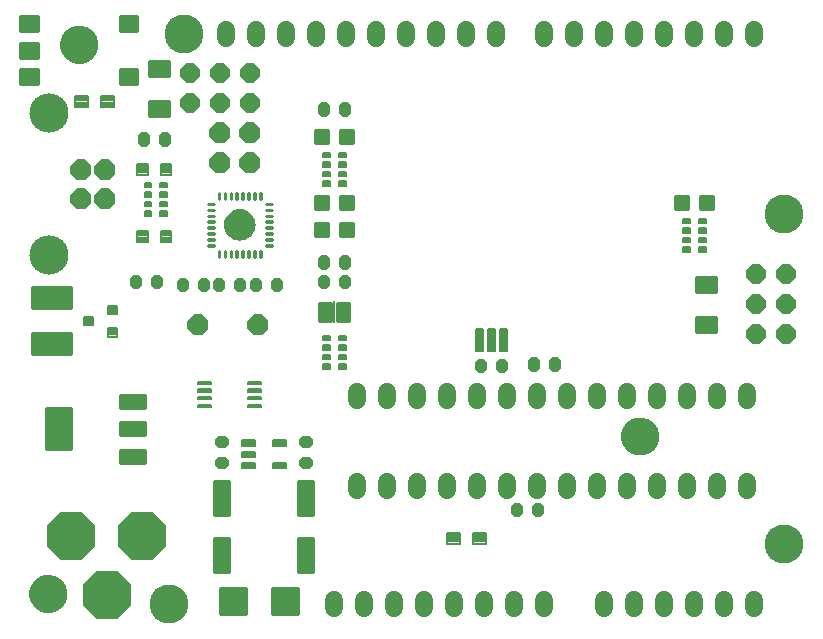
<source format=gbr>
G04 EAGLE Gerber RS-274X export*
G75*
%MOMM*%
%FSLAX34Y34*%
%LPD*%
%INSoldermask Top*%
%IPPOS*%
%AMOC8*
5,1,8,0,0,1.08239X$1,22.5*%
G01*
%ADD10C,3.301600*%
%ADD11C,1.524000*%
%ADD12P,1.787675X8X292.500000*%
%ADD13C,0.810353*%
%ADD14C,0.240253*%
%ADD15C,0.221272*%
%ADD16C,0.350222*%
%ADD17P,4.439531X8X202.500000*%
%ADD18P,4.439531X8X112.500000*%
%ADD19C,2.051600*%
%ADD20C,2.184400*%
%ADD21C,1.117600*%
%ADD22P,1.924489X8X292.500000*%
%ADD23C,3.317600*%
%ADD24C,0.224534*%
%ADD25C,0.322222*%
%ADD26C,0.300237*%
%ADD27C,0.181888*%
%ADD28C,0.274562*%
%ADD29P,1.787675X8X202.500000*%
%ADD30C,0.198000*%
%ADD31C,0.215900*%
%ADD32R,0.152400X1.828800*%
%ADD33C,0.148716*%
%ADD34P,1.924489X8X112.500000*%
%ADD35C,0.154350*%
%ADD36C,0.315334*%
%ADD37C,0.177100*%
%ADD38C,0.151250*%

G36*
X201651Y333571D02*
X201651Y333571D01*
X201694Y333583D01*
X201760Y333590D01*
X203898Y334163D01*
X203938Y334182D01*
X204002Y334201D01*
X206008Y335137D01*
X206045Y335162D01*
X206104Y335192D01*
X207917Y336462D01*
X207949Y336493D01*
X208002Y336533D01*
X209567Y338098D01*
X209593Y338135D01*
X209638Y338183D01*
X210908Y339996D01*
X210921Y340025D01*
X210939Y340046D01*
X210945Y340064D01*
X210963Y340092D01*
X211899Y342098D01*
X211910Y342141D01*
X211937Y342202D01*
X212510Y344341D01*
X212513Y344385D01*
X212529Y344449D01*
X212722Y346655D01*
X212718Y346699D01*
X212722Y346765D01*
X212529Y348971D01*
X212517Y349014D01*
X212510Y349080D01*
X211937Y351218D01*
X211918Y351258D01*
X211899Y351322D01*
X210963Y353328D01*
X210943Y353356D01*
X210935Y353376D01*
X210928Y353384D01*
X210908Y353424D01*
X209638Y355237D01*
X209607Y355269D01*
X209567Y355322D01*
X208002Y356887D01*
X207965Y356913D01*
X207917Y356958D01*
X206104Y358228D01*
X206063Y358247D01*
X206008Y358283D01*
X204002Y359219D01*
X203959Y359230D01*
X203898Y359257D01*
X201760Y359830D01*
X201715Y359833D01*
X201651Y359849D01*
X199445Y360042D01*
X199401Y360038D01*
X199335Y360042D01*
X197129Y359849D01*
X197086Y359837D01*
X197021Y359830D01*
X194882Y359257D01*
X194842Y359238D01*
X194778Y359219D01*
X192772Y358283D01*
X192735Y358258D01*
X192676Y358228D01*
X190863Y356958D01*
X190831Y356927D01*
X190778Y356887D01*
X189213Y355322D01*
X189187Y355285D01*
X189142Y355237D01*
X187872Y353424D01*
X187853Y353383D01*
X187834Y353354D01*
X187826Y353344D01*
X187824Y353339D01*
X187817Y353328D01*
X186881Y351322D01*
X186870Y351279D01*
X186843Y351218D01*
X186270Y349080D01*
X186267Y349035D01*
X186251Y348971D01*
X186058Y346765D01*
X186062Y346721D01*
X186058Y346655D01*
X186251Y344449D01*
X186263Y344406D01*
X186270Y344341D01*
X186843Y342202D01*
X186862Y342162D01*
X186881Y342098D01*
X187817Y340092D01*
X187842Y340055D01*
X187849Y340043D01*
X187860Y340014D01*
X187866Y340008D01*
X187872Y339996D01*
X189142Y338183D01*
X189173Y338151D01*
X189213Y338098D01*
X190778Y336533D01*
X190815Y336507D01*
X190863Y336462D01*
X192676Y335192D01*
X192717Y335173D01*
X192772Y335137D01*
X194778Y334201D01*
X194821Y334190D01*
X194882Y334163D01*
X197021Y333590D01*
X197065Y333587D01*
X197129Y333571D01*
X199335Y333378D01*
X199379Y333382D01*
X199445Y333378D01*
X201651Y333571D01*
G37*
D10*
X660400Y355600D03*
X660400Y76200D03*
X152400Y508000D03*
X139700Y25400D03*
D11*
X628650Y198374D02*
X628650Y205486D01*
X603250Y205486D02*
X603250Y198374D01*
X577850Y198374D02*
X577850Y205486D01*
X552450Y205486D02*
X552450Y198374D01*
X527050Y198374D02*
X527050Y205486D01*
X501650Y205486D02*
X501650Y198374D01*
X476250Y198374D02*
X476250Y205486D01*
X450850Y205486D02*
X450850Y198374D01*
X425450Y198374D02*
X425450Y205486D01*
X400050Y205486D02*
X400050Y198374D01*
X374650Y198374D02*
X374650Y205486D01*
X349250Y205486D02*
X349250Y198374D01*
X323850Y198374D02*
X323850Y205486D01*
X298450Y205486D02*
X298450Y198374D01*
X298450Y129286D02*
X298450Y122174D01*
X323850Y122174D02*
X323850Y129286D01*
X349250Y129286D02*
X349250Y122174D01*
X374650Y122174D02*
X374650Y129286D01*
X400050Y129286D02*
X400050Y122174D01*
X425450Y122174D02*
X425450Y129286D01*
X450850Y129286D02*
X450850Y122174D01*
X476250Y122174D02*
X476250Y129286D01*
X501650Y129286D02*
X501650Y122174D01*
X527050Y122174D02*
X527050Y129286D01*
X552450Y129286D02*
X552450Y122174D01*
X577850Y122174D02*
X577850Y129286D01*
X603250Y129286D02*
X603250Y122174D01*
X628650Y122174D02*
X628650Y129286D01*
D12*
X636270Y304800D03*
X661670Y304800D03*
X636270Y279400D03*
X661670Y279400D03*
X636270Y254000D03*
X661670Y254000D03*
D11*
X635000Y504444D02*
X635000Y511556D01*
X609600Y511556D02*
X609600Y504444D01*
X584200Y504444D02*
X584200Y511556D01*
X558800Y511556D02*
X558800Y504444D01*
X533400Y504444D02*
X533400Y511556D01*
X508000Y511556D02*
X508000Y504444D01*
X482600Y504444D02*
X482600Y511556D01*
X457200Y511556D02*
X457200Y504444D01*
X416560Y504444D02*
X416560Y511556D01*
X391160Y511556D02*
X391160Y504444D01*
X365760Y504444D02*
X365760Y511556D01*
X340360Y511556D02*
X340360Y504444D01*
X314960Y504444D02*
X314960Y511556D01*
X289560Y511556D02*
X289560Y504444D01*
X264160Y504444D02*
X264160Y511556D01*
X238760Y511556D02*
X238760Y504444D01*
X213360Y504444D02*
X213360Y511556D01*
X187960Y511556D02*
X187960Y504444D01*
X508000Y28956D02*
X508000Y21844D01*
X533400Y21844D02*
X533400Y28956D01*
X558800Y28956D02*
X558800Y21844D01*
X584200Y21844D02*
X584200Y28956D01*
X609600Y28956D02*
X609600Y21844D01*
X635000Y21844D02*
X635000Y28956D01*
D13*
X128651Y296553D02*
X128651Y300347D01*
X130429Y300347D01*
X130429Y296553D01*
X128651Y296553D01*
X110871Y296553D02*
X110871Y300347D01*
X112649Y300347D01*
X112649Y296553D01*
X110871Y296553D01*
D14*
X261577Y81747D02*
X261577Y53133D01*
X248963Y53133D01*
X248963Y81747D01*
X261577Y81747D01*
X261577Y55416D02*
X248963Y55416D01*
X248963Y57699D02*
X261577Y57699D01*
X261577Y59982D02*
X248963Y59982D01*
X248963Y62265D02*
X261577Y62265D01*
X261577Y64548D02*
X248963Y64548D01*
X248963Y66831D02*
X261577Y66831D01*
X261577Y69114D02*
X248963Y69114D01*
X248963Y71397D02*
X261577Y71397D01*
X261577Y73680D02*
X248963Y73680D01*
X248963Y75963D02*
X261577Y75963D01*
X261577Y78246D02*
X248963Y78246D01*
X248963Y80529D02*
X261577Y80529D01*
X261577Y101133D02*
X261577Y129747D01*
X261577Y101133D02*
X248963Y101133D01*
X248963Y129747D01*
X261577Y129747D01*
X261577Y103416D02*
X248963Y103416D01*
X248963Y105699D02*
X261577Y105699D01*
X261577Y107982D02*
X248963Y107982D01*
X248963Y110265D02*
X261577Y110265D01*
X261577Y112548D02*
X248963Y112548D01*
X248963Y114831D02*
X261577Y114831D01*
X261577Y117114D02*
X248963Y117114D01*
X248963Y119397D02*
X261577Y119397D01*
X261577Y121680D02*
X248963Y121680D01*
X248963Y123963D02*
X261577Y123963D01*
X261577Y126246D02*
X248963Y126246D01*
X248963Y128529D02*
X261577Y128529D01*
X190457Y81747D02*
X190457Y53133D01*
X177843Y53133D01*
X177843Y81747D01*
X190457Y81747D01*
X190457Y55416D02*
X177843Y55416D01*
X177843Y57699D02*
X190457Y57699D01*
X190457Y59982D02*
X177843Y59982D01*
X177843Y62265D02*
X190457Y62265D01*
X190457Y64548D02*
X177843Y64548D01*
X177843Y66831D02*
X190457Y66831D01*
X190457Y69114D02*
X177843Y69114D01*
X177843Y71397D02*
X190457Y71397D01*
X190457Y73680D02*
X177843Y73680D01*
X177843Y75963D02*
X190457Y75963D01*
X190457Y78246D02*
X177843Y78246D01*
X177843Y80529D02*
X190457Y80529D01*
X190457Y101133D02*
X190457Y129747D01*
X190457Y101133D02*
X177843Y101133D01*
X177843Y129747D01*
X190457Y129747D01*
X190457Y103416D02*
X177843Y103416D01*
X177843Y105699D02*
X190457Y105699D01*
X190457Y107982D02*
X177843Y107982D01*
X177843Y110265D02*
X190457Y110265D01*
X190457Y112548D02*
X177843Y112548D01*
X177843Y114831D02*
X190457Y114831D01*
X190457Y117114D02*
X177843Y117114D01*
X177843Y119397D02*
X190457Y119397D01*
X190457Y121680D02*
X177843Y121680D01*
X177843Y123963D02*
X190457Y123963D01*
X190457Y126246D02*
X177843Y126246D01*
X177843Y128529D02*
X190457Y128529D01*
D15*
X589298Y360358D02*
X589298Y371162D01*
X600102Y371162D01*
X600102Y360358D01*
X589298Y360358D01*
X589298Y362460D02*
X600102Y362460D01*
X600102Y364562D02*
X589298Y364562D01*
X589298Y366664D02*
X600102Y366664D01*
X600102Y368766D02*
X589298Y368766D01*
X589298Y370868D02*
X600102Y370868D01*
X568298Y371162D02*
X568298Y360358D01*
X568298Y371162D02*
X579102Y371162D01*
X579102Y360358D01*
X568298Y360358D01*
X568298Y362460D02*
X579102Y362460D01*
X579102Y364562D02*
X568298Y364562D01*
X568298Y366664D02*
X579102Y366664D01*
X579102Y368766D02*
X568298Y368766D01*
X568298Y370868D02*
X579102Y370868D01*
X274302Y348302D02*
X274302Y337498D01*
X263498Y337498D01*
X263498Y348302D01*
X274302Y348302D01*
X274302Y339600D02*
X263498Y339600D01*
X263498Y341702D02*
X274302Y341702D01*
X274302Y343804D02*
X263498Y343804D01*
X263498Y345906D02*
X274302Y345906D01*
X274302Y348008D02*
X263498Y348008D01*
X295302Y348302D02*
X295302Y337498D01*
X284498Y337498D01*
X284498Y348302D01*
X295302Y348302D01*
X295302Y339600D02*
X284498Y339600D01*
X284498Y341702D02*
X295302Y341702D01*
X295302Y343804D02*
X284498Y343804D01*
X284498Y345906D02*
X295302Y345906D01*
X295302Y348008D02*
X284498Y348008D01*
X274302Y360358D02*
X274302Y371162D01*
X274302Y360358D02*
X263498Y360358D01*
X263498Y371162D01*
X274302Y371162D01*
X274302Y362460D02*
X263498Y362460D01*
X263498Y364562D02*
X274302Y364562D01*
X274302Y366664D02*
X263498Y366664D01*
X263498Y368766D02*
X274302Y368766D01*
X274302Y370868D02*
X263498Y370868D01*
X295302Y371162D02*
X295302Y360358D01*
X284498Y360358D01*
X284498Y371162D01*
X295302Y371162D01*
X295302Y362460D02*
X284498Y362460D01*
X284498Y364562D02*
X295302Y364562D01*
X295302Y366664D02*
X284498Y366664D01*
X284498Y368766D02*
X295302Y368766D01*
X295302Y370868D02*
X284498Y370868D01*
D16*
X248657Y38697D02*
X227143Y38697D01*
X248657Y38697D02*
X248657Y17183D01*
X227143Y17183D01*
X227143Y38697D01*
X227143Y20510D02*
X248657Y20510D01*
X248657Y23837D02*
X227143Y23837D01*
X227143Y27164D02*
X248657Y27164D01*
X248657Y30491D02*
X227143Y30491D01*
X227143Y33818D02*
X248657Y33818D01*
X248657Y37145D02*
X227143Y37145D01*
X204657Y38697D02*
X183143Y38697D01*
X204657Y38697D02*
X204657Y17183D01*
X183143Y17183D01*
X183143Y38697D01*
X183143Y20510D02*
X204657Y20510D01*
X204657Y23837D02*
X183143Y23837D01*
X183143Y27164D02*
X204657Y27164D01*
X204657Y30491D02*
X183143Y30491D01*
X183143Y33818D02*
X204657Y33818D01*
X204657Y37145D02*
X183143Y37145D01*
D17*
X86868Y33020D03*
D18*
X116840Y83058D03*
X56896Y83058D03*
D19*
X94488Y33020D03*
X79248Y33020D03*
X56896Y75438D03*
X56896Y90678D03*
X116840Y75438D03*
X116840Y90678D03*
D20*
X58500Y499110D02*
X58502Y499251D01*
X58508Y499392D01*
X58518Y499532D01*
X58532Y499672D01*
X58550Y499812D01*
X58571Y499951D01*
X58597Y500090D01*
X58626Y500228D01*
X58660Y500364D01*
X58697Y500500D01*
X58738Y500635D01*
X58783Y500769D01*
X58832Y500901D01*
X58884Y501032D01*
X58940Y501161D01*
X59000Y501288D01*
X59063Y501414D01*
X59129Y501538D01*
X59200Y501661D01*
X59273Y501781D01*
X59350Y501899D01*
X59430Y502015D01*
X59514Y502128D01*
X59600Y502239D01*
X59690Y502348D01*
X59783Y502454D01*
X59878Y502557D01*
X59977Y502658D01*
X60078Y502756D01*
X60182Y502851D01*
X60289Y502943D01*
X60398Y503032D01*
X60510Y503117D01*
X60624Y503200D01*
X60740Y503280D01*
X60859Y503356D01*
X60980Y503428D01*
X61102Y503498D01*
X61227Y503563D01*
X61353Y503626D01*
X61481Y503684D01*
X61611Y503739D01*
X61742Y503791D01*
X61875Y503838D01*
X62009Y503882D01*
X62144Y503923D01*
X62280Y503959D01*
X62417Y503991D01*
X62555Y504020D01*
X62693Y504045D01*
X62833Y504065D01*
X62973Y504082D01*
X63113Y504095D01*
X63254Y504104D01*
X63394Y504109D01*
X63535Y504110D01*
X63676Y504107D01*
X63817Y504100D01*
X63957Y504089D01*
X64097Y504074D01*
X64237Y504055D01*
X64376Y504033D01*
X64514Y504006D01*
X64652Y503976D01*
X64788Y503941D01*
X64924Y503903D01*
X65058Y503861D01*
X65192Y503815D01*
X65324Y503766D01*
X65454Y503712D01*
X65583Y503655D01*
X65710Y503595D01*
X65836Y503531D01*
X65959Y503463D01*
X66081Y503392D01*
X66201Y503318D01*
X66318Y503240D01*
X66433Y503159D01*
X66546Y503075D01*
X66657Y502988D01*
X66765Y502897D01*
X66870Y502804D01*
X66973Y502707D01*
X67073Y502608D01*
X67170Y502506D01*
X67264Y502401D01*
X67355Y502294D01*
X67443Y502184D01*
X67528Y502072D01*
X67610Y501957D01*
X67689Y501840D01*
X67764Y501721D01*
X67836Y501600D01*
X67904Y501477D01*
X67969Y501352D01*
X68031Y501225D01*
X68088Y501096D01*
X68143Y500966D01*
X68193Y500835D01*
X68240Y500702D01*
X68283Y500568D01*
X68322Y500432D01*
X68357Y500296D01*
X68389Y500159D01*
X68416Y500021D01*
X68440Y499882D01*
X68460Y499742D01*
X68476Y499602D01*
X68488Y499462D01*
X68496Y499321D01*
X68500Y499180D01*
X68500Y499040D01*
X68496Y498899D01*
X68488Y498758D01*
X68476Y498618D01*
X68460Y498478D01*
X68440Y498338D01*
X68416Y498199D01*
X68389Y498061D01*
X68357Y497924D01*
X68322Y497788D01*
X68283Y497652D01*
X68240Y497518D01*
X68193Y497385D01*
X68143Y497254D01*
X68088Y497124D01*
X68031Y496995D01*
X67969Y496868D01*
X67904Y496743D01*
X67836Y496620D01*
X67764Y496499D01*
X67689Y496380D01*
X67610Y496263D01*
X67528Y496148D01*
X67443Y496036D01*
X67355Y495926D01*
X67264Y495819D01*
X67170Y495714D01*
X67073Y495612D01*
X66973Y495513D01*
X66870Y495416D01*
X66765Y495323D01*
X66657Y495232D01*
X66546Y495145D01*
X66433Y495061D01*
X66318Y494980D01*
X66201Y494902D01*
X66081Y494828D01*
X65959Y494757D01*
X65836Y494689D01*
X65710Y494625D01*
X65583Y494565D01*
X65454Y494508D01*
X65324Y494454D01*
X65192Y494405D01*
X65058Y494359D01*
X64924Y494317D01*
X64788Y494279D01*
X64652Y494244D01*
X64514Y494214D01*
X64376Y494187D01*
X64237Y494165D01*
X64097Y494146D01*
X63957Y494131D01*
X63817Y494120D01*
X63676Y494113D01*
X63535Y494110D01*
X63394Y494111D01*
X63254Y494116D01*
X63113Y494125D01*
X62973Y494138D01*
X62833Y494155D01*
X62693Y494175D01*
X62555Y494200D01*
X62417Y494229D01*
X62280Y494261D01*
X62144Y494297D01*
X62009Y494338D01*
X61875Y494382D01*
X61742Y494429D01*
X61611Y494481D01*
X61481Y494536D01*
X61353Y494594D01*
X61227Y494657D01*
X61102Y494722D01*
X60980Y494792D01*
X60859Y494864D01*
X60740Y494940D01*
X60624Y495020D01*
X60510Y495103D01*
X60398Y495188D01*
X60289Y495277D01*
X60182Y495369D01*
X60078Y495464D01*
X59977Y495562D01*
X59878Y495663D01*
X59783Y495766D01*
X59690Y495872D01*
X59600Y495981D01*
X59514Y496092D01*
X59430Y496205D01*
X59350Y496321D01*
X59273Y496439D01*
X59200Y496559D01*
X59129Y496682D01*
X59063Y496806D01*
X59000Y496932D01*
X58940Y497059D01*
X58884Y497188D01*
X58832Y497319D01*
X58783Y497451D01*
X58738Y497585D01*
X58697Y497720D01*
X58660Y497856D01*
X58626Y497992D01*
X58597Y498130D01*
X58571Y498269D01*
X58550Y498408D01*
X58532Y498548D01*
X58518Y498688D01*
X58508Y498828D01*
X58502Y498969D01*
X58500Y499110D01*
D21*
X63500Y499110D03*
D20*
X533400Y167410D02*
X533402Y167551D01*
X533408Y167692D01*
X533418Y167832D01*
X533432Y167972D01*
X533450Y168112D01*
X533471Y168251D01*
X533497Y168390D01*
X533526Y168528D01*
X533560Y168664D01*
X533597Y168800D01*
X533638Y168935D01*
X533683Y169069D01*
X533732Y169201D01*
X533784Y169332D01*
X533840Y169461D01*
X533900Y169588D01*
X533963Y169714D01*
X534029Y169838D01*
X534100Y169961D01*
X534173Y170081D01*
X534250Y170199D01*
X534330Y170315D01*
X534414Y170428D01*
X534500Y170539D01*
X534590Y170648D01*
X534683Y170754D01*
X534778Y170857D01*
X534877Y170958D01*
X534978Y171056D01*
X535082Y171151D01*
X535189Y171243D01*
X535298Y171332D01*
X535410Y171417D01*
X535524Y171500D01*
X535640Y171580D01*
X535759Y171656D01*
X535880Y171728D01*
X536002Y171798D01*
X536127Y171863D01*
X536253Y171926D01*
X536381Y171984D01*
X536511Y172039D01*
X536642Y172091D01*
X536775Y172138D01*
X536909Y172182D01*
X537044Y172223D01*
X537180Y172259D01*
X537317Y172291D01*
X537455Y172320D01*
X537593Y172345D01*
X537733Y172365D01*
X537873Y172382D01*
X538013Y172395D01*
X538154Y172404D01*
X538294Y172409D01*
X538435Y172410D01*
X538576Y172407D01*
X538717Y172400D01*
X538857Y172389D01*
X538997Y172374D01*
X539137Y172355D01*
X539276Y172333D01*
X539414Y172306D01*
X539552Y172276D01*
X539688Y172241D01*
X539824Y172203D01*
X539958Y172161D01*
X540092Y172115D01*
X540224Y172066D01*
X540354Y172012D01*
X540483Y171955D01*
X540610Y171895D01*
X540736Y171831D01*
X540859Y171763D01*
X540981Y171692D01*
X541101Y171618D01*
X541218Y171540D01*
X541333Y171459D01*
X541446Y171375D01*
X541557Y171288D01*
X541665Y171197D01*
X541770Y171104D01*
X541873Y171007D01*
X541973Y170908D01*
X542070Y170806D01*
X542164Y170701D01*
X542255Y170594D01*
X542343Y170484D01*
X542428Y170372D01*
X542510Y170257D01*
X542589Y170140D01*
X542664Y170021D01*
X542736Y169900D01*
X542804Y169777D01*
X542869Y169652D01*
X542931Y169525D01*
X542988Y169396D01*
X543043Y169266D01*
X543093Y169135D01*
X543140Y169002D01*
X543183Y168868D01*
X543222Y168732D01*
X543257Y168596D01*
X543289Y168459D01*
X543316Y168321D01*
X543340Y168182D01*
X543360Y168042D01*
X543376Y167902D01*
X543388Y167762D01*
X543396Y167621D01*
X543400Y167480D01*
X543400Y167340D01*
X543396Y167199D01*
X543388Y167058D01*
X543376Y166918D01*
X543360Y166778D01*
X543340Y166638D01*
X543316Y166499D01*
X543289Y166361D01*
X543257Y166224D01*
X543222Y166088D01*
X543183Y165952D01*
X543140Y165818D01*
X543093Y165685D01*
X543043Y165554D01*
X542988Y165424D01*
X542931Y165295D01*
X542869Y165168D01*
X542804Y165043D01*
X542736Y164920D01*
X542664Y164799D01*
X542589Y164680D01*
X542510Y164563D01*
X542428Y164448D01*
X542343Y164336D01*
X542255Y164226D01*
X542164Y164119D01*
X542070Y164014D01*
X541973Y163912D01*
X541873Y163813D01*
X541770Y163716D01*
X541665Y163623D01*
X541557Y163532D01*
X541446Y163445D01*
X541333Y163361D01*
X541218Y163280D01*
X541101Y163202D01*
X540981Y163128D01*
X540859Y163057D01*
X540736Y162989D01*
X540610Y162925D01*
X540483Y162865D01*
X540354Y162808D01*
X540224Y162754D01*
X540092Y162705D01*
X539958Y162659D01*
X539824Y162617D01*
X539688Y162579D01*
X539552Y162544D01*
X539414Y162514D01*
X539276Y162487D01*
X539137Y162465D01*
X538997Y162446D01*
X538857Y162431D01*
X538717Y162420D01*
X538576Y162413D01*
X538435Y162410D01*
X538294Y162411D01*
X538154Y162416D01*
X538013Y162425D01*
X537873Y162438D01*
X537733Y162455D01*
X537593Y162475D01*
X537455Y162500D01*
X537317Y162529D01*
X537180Y162561D01*
X537044Y162597D01*
X536909Y162638D01*
X536775Y162682D01*
X536642Y162729D01*
X536511Y162781D01*
X536381Y162836D01*
X536253Y162894D01*
X536127Y162957D01*
X536002Y163022D01*
X535880Y163092D01*
X535759Y163164D01*
X535640Y163240D01*
X535524Y163320D01*
X535410Y163403D01*
X535298Y163488D01*
X535189Y163577D01*
X535082Y163669D01*
X534978Y163764D01*
X534877Y163862D01*
X534778Y163963D01*
X534683Y164066D01*
X534590Y164172D01*
X534500Y164281D01*
X534414Y164392D01*
X534330Y164505D01*
X534250Y164621D01*
X534173Y164739D01*
X534100Y164859D01*
X534029Y164982D01*
X533963Y165106D01*
X533900Y165232D01*
X533840Y165359D01*
X533784Y165488D01*
X533732Y165619D01*
X533683Y165751D01*
X533638Y165885D01*
X533597Y166020D01*
X533560Y166156D01*
X533526Y166292D01*
X533497Y166430D01*
X533471Y166569D01*
X533450Y166708D01*
X533432Y166848D01*
X533418Y166988D01*
X533408Y167128D01*
X533402Y167269D01*
X533400Y167410D01*
D21*
X538400Y167410D03*
D20*
X32300Y34100D02*
X32302Y34241D01*
X32308Y34382D01*
X32318Y34522D01*
X32332Y34662D01*
X32350Y34802D01*
X32371Y34941D01*
X32397Y35080D01*
X32426Y35218D01*
X32460Y35354D01*
X32497Y35490D01*
X32538Y35625D01*
X32583Y35759D01*
X32632Y35891D01*
X32684Y36022D01*
X32740Y36151D01*
X32800Y36278D01*
X32863Y36404D01*
X32929Y36528D01*
X33000Y36651D01*
X33073Y36771D01*
X33150Y36889D01*
X33230Y37005D01*
X33314Y37118D01*
X33400Y37229D01*
X33490Y37338D01*
X33583Y37444D01*
X33678Y37547D01*
X33777Y37648D01*
X33878Y37746D01*
X33982Y37841D01*
X34089Y37933D01*
X34198Y38022D01*
X34310Y38107D01*
X34424Y38190D01*
X34540Y38270D01*
X34659Y38346D01*
X34780Y38418D01*
X34902Y38488D01*
X35027Y38553D01*
X35153Y38616D01*
X35281Y38674D01*
X35411Y38729D01*
X35542Y38781D01*
X35675Y38828D01*
X35809Y38872D01*
X35944Y38913D01*
X36080Y38949D01*
X36217Y38981D01*
X36355Y39010D01*
X36493Y39035D01*
X36633Y39055D01*
X36773Y39072D01*
X36913Y39085D01*
X37054Y39094D01*
X37194Y39099D01*
X37335Y39100D01*
X37476Y39097D01*
X37617Y39090D01*
X37757Y39079D01*
X37897Y39064D01*
X38037Y39045D01*
X38176Y39023D01*
X38314Y38996D01*
X38452Y38966D01*
X38588Y38931D01*
X38724Y38893D01*
X38858Y38851D01*
X38992Y38805D01*
X39124Y38756D01*
X39254Y38702D01*
X39383Y38645D01*
X39510Y38585D01*
X39636Y38521D01*
X39759Y38453D01*
X39881Y38382D01*
X40001Y38308D01*
X40118Y38230D01*
X40233Y38149D01*
X40346Y38065D01*
X40457Y37978D01*
X40565Y37887D01*
X40670Y37794D01*
X40773Y37697D01*
X40873Y37598D01*
X40970Y37496D01*
X41064Y37391D01*
X41155Y37284D01*
X41243Y37174D01*
X41328Y37062D01*
X41410Y36947D01*
X41489Y36830D01*
X41564Y36711D01*
X41636Y36590D01*
X41704Y36467D01*
X41769Y36342D01*
X41831Y36215D01*
X41888Y36086D01*
X41943Y35956D01*
X41993Y35825D01*
X42040Y35692D01*
X42083Y35558D01*
X42122Y35422D01*
X42157Y35286D01*
X42189Y35149D01*
X42216Y35011D01*
X42240Y34872D01*
X42260Y34732D01*
X42276Y34592D01*
X42288Y34452D01*
X42296Y34311D01*
X42300Y34170D01*
X42300Y34030D01*
X42296Y33889D01*
X42288Y33748D01*
X42276Y33608D01*
X42260Y33468D01*
X42240Y33328D01*
X42216Y33189D01*
X42189Y33051D01*
X42157Y32914D01*
X42122Y32778D01*
X42083Y32642D01*
X42040Y32508D01*
X41993Y32375D01*
X41943Y32244D01*
X41888Y32114D01*
X41831Y31985D01*
X41769Y31858D01*
X41704Y31733D01*
X41636Y31610D01*
X41564Y31489D01*
X41489Y31370D01*
X41410Y31253D01*
X41328Y31138D01*
X41243Y31026D01*
X41155Y30916D01*
X41064Y30809D01*
X40970Y30704D01*
X40873Y30602D01*
X40773Y30503D01*
X40670Y30406D01*
X40565Y30313D01*
X40457Y30222D01*
X40346Y30135D01*
X40233Y30051D01*
X40118Y29970D01*
X40001Y29892D01*
X39881Y29818D01*
X39759Y29747D01*
X39636Y29679D01*
X39510Y29615D01*
X39383Y29555D01*
X39254Y29498D01*
X39124Y29444D01*
X38992Y29395D01*
X38858Y29349D01*
X38724Y29307D01*
X38588Y29269D01*
X38452Y29234D01*
X38314Y29204D01*
X38176Y29177D01*
X38037Y29155D01*
X37897Y29136D01*
X37757Y29121D01*
X37617Y29110D01*
X37476Y29103D01*
X37335Y29100D01*
X37194Y29101D01*
X37054Y29106D01*
X36913Y29115D01*
X36773Y29128D01*
X36633Y29145D01*
X36493Y29165D01*
X36355Y29190D01*
X36217Y29219D01*
X36080Y29251D01*
X35944Y29287D01*
X35809Y29328D01*
X35675Y29372D01*
X35542Y29419D01*
X35411Y29471D01*
X35281Y29526D01*
X35153Y29584D01*
X35027Y29647D01*
X34902Y29712D01*
X34780Y29782D01*
X34659Y29854D01*
X34540Y29930D01*
X34424Y30010D01*
X34310Y30093D01*
X34198Y30178D01*
X34089Y30267D01*
X33982Y30359D01*
X33878Y30454D01*
X33777Y30552D01*
X33678Y30653D01*
X33583Y30756D01*
X33490Y30862D01*
X33400Y30971D01*
X33314Y31082D01*
X33230Y31195D01*
X33150Y31311D01*
X33073Y31429D01*
X33000Y31549D01*
X32929Y31672D01*
X32863Y31796D01*
X32800Y31922D01*
X32740Y32049D01*
X32684Y32178D01*
X32632Y32309D01*
X32583Y32441D01*
X32538Y32575D01*
X32497Y32710D01*
X32460Y32846D01*
X32426Y32982D01*
X32397Y33120D01*
X32371Y33259D01*
X32350Y33398D01*
X32332Y33538D01*
X32318Y33678D01*
X32308Y33818D01*
X32302Y33959D01*
X32300Y34100D01*
D21*
X37300Y34100D03*
D22*
X85200Y368500D03*
X85200Y393500D03*
X65200Y393500D03*
X65200Y368500D03*
D23*
X38100Y441000D03*
X38100Y321000D03*
D24*
X119020Y156358D02*
X119020Y145394D01*
X97896Y145394D01*
X97896Y156358D01*
X119020Y156358D01*
X119020Y147527D02*
X97896Y147527D01*
X97896Y149660D02*
X119020Y149660D01*
X119020Y151793D02*
X97896Y151793D01*
X97896Y153926D02*
X119020Y153926D01*
X119020Y156059D02*
X97896Y156059D01*
X119020Y168508D02*
X119020Y179472D01*
X119020Y168508D02*
X97896Y168508D01*
X97896Y179472D01*
X119020Y179472D01*
X119020Y170641D02*
X97896Y170641D01*
X97896Y172774D02*
X119020Y172774D01*
X119020Y174907D02*
X97896Y174907D01*
X97896Y177040D02*
X119020Y177040D01*
X119020Y179173D02*
X97896Y179173D01*
X119020Y191622D02*
X119020Y202586D01*
X119020Y191622D02*
X97896Y191622D01*
X97896Y202586D01*
X119020Y202586D01*
X119020Y193755D02*
X97896Y193755D01*
X97896Y195888D02*
X119020Y195888D01*
X119020Y198021D02*
X97896Y198021D01*
X97896Y200154D02*
X119020Y200154D01*
X119020Y202287D02*
X97896Y202287D01*
D25*
X56377Y190887D02*
X56377Y157093D01*
X36583Y157093D01*
X36583Y190887D01*
X56377Y190887D01*
X56377Y160154D02*
X36583Y160154D01*
X36583Y163215D02*
X56377Y163215D01*
X56377Y166276D02*
X36583Y166276D01*
X36583Y169337D02*
X56377Y169337D01*
X56377Y172398D02*
X36583Y172398D01*
X36583Y175459D02*
X56377Y175459D01*
X56377Y178520D02*
X36583Y178520D01*
X36583Y181581D02*
X56377Y181581D01*
X56377Y184642D02*
X36583Y184642D01*
X36583Y187703D02*
X56377Y187703D01*
X56377Y190764D02*
X36583Y190764D01*
D13*
X287401Y442603D02*
X287401Y446397D01*
X289179Y446397D01*
X289179Y442603D01*
X287401Y442603D01*
X269621Y442603D02*
X269621Y446397D01*
X271399Y446397D01*
X271399Y442603D01*
X269621Y442603D01*
D26*
X56647Y254437D02*
X56647Y237423D01*
X24633Y237423D01*
X24633Y254437D01*
X56647Y254437D01*
X56647Y240275D02*
X24633Y240275D01*
X24633Y243127D02*
X56647Y243127D01*
X56647Y245979D02*
X24633Y245979D01*
X24633Y248831D02*
X56647Y248831D01*
X56647Y251683D02*
X24633Y251683D01*
X56647Y276423D02*
X56647Y293437D01*
X56647Y276423D02*
X24633Y276423D01*
X24633Y293437D01*
X56647Y293437D01*
X56647Y279275D02*
X24633Y279275D01*
X24633Y282127D02*
X56647Y282127D01*
X56647Y284979D02*
X24633Y284979D01*
X24633Y287831D02*
X56647Y287831D01*
X56647Y290683D02*
X24633Y290683D01*
D13*
X271399Y313063D02*
X271399Y316857D01*
X271399Y313063D02*
X269621Y313063D01*
X269621Y316857D01*
X271399Y316857D01*
X289179Y316857D02*
X289179Y313063D01*
X287401Y313063D01*
X287401Y316857D01*
X289179Y316857D01*
D15*
X284498Y416238D02*
X284498Y427042D01*
X295302Y427042D01*
X295302Y416238D01*
X284498Y416238D01*
X284498Y418340D02*
X295302Y418340D01*
X295302Y420442D02*
X284498Y420442D01*
X284498Y422544D02*
X295302Y422544D01*
X295302Y424646D02*
X284498Y424646D01*
X284498Y426748D02*
X295302Y426748D01*
X263498Y427042D02*
X263498Y416238D01*
X263498Y427042D02*
X274302Y427042D01*
X274302Y416238D01*
X263498Y416238D01*
X263498Y418340D02*
X274302Y418340D01*
X274302Y420442D02*
X263498Y420442D01*
X263498Y422544D02*
X274302Y422544D01*
X274302Y424646D02*
X263498Y424646D01*
X263498Y426748D02*
X274302Y426748D01*
D27*
X87511Y258945D02*
X87511Y252103D01*
X87511Y258945D02*
X95369Y258945D01*
X95369Y252103D01*
X87511Y252103D01*
X87511Y253831D02*
X95369Y253831D01*
X95369Y255559D02*
X87511Y255559D01*
X87511Y257287D02*
X95369Y257287D01*
X87511Y271407D02*
X87511Y278249D01*
X95369Y278249D01*
X95369Y271407D01*
X87511Y271407D01*
X87511Y273135D02*
X95369Y273135D01*
X95369Y274863D02*
X87511Y274863D01*
X87511Y276591D02*
X95369Y276591D01*
X67191Y268597D02*
X67191Y261755D01*
X67191Y268597D02*
X75049Y268597D01*
X75049Y261755D01*
X67191Y261755D01*
X67191Y263483D02*
X75049Y263483D01*
X75049Y265211D02*
X67191Y265211D01*
X67191Y266939D02*
X75049Y266939D01*
D13*
X182253Y161671D02*
X186047Y161671D01*
X182253Y161671D02*
X182253Y163449D01*
X186047Y163449D01*
X186047Y161671D01*
X186047Y143891D02*
X182253Y143891D01*
X182253Y145669D01*
X186047Y145669D01*
X186047Y143891D01*
D28*
X182171Y324591D02*
X181609Y324591D01*
X182171Y324591D02*
X182171Y319829D01*
X181609Y319829D01*
X181609Y324591D01*
X181609Y322438D02*
X182171Y322438D01*
X186609Y324591D02*
X187171Y324591D01*
X187171Y319829D01*
X186609Y319829D01*
X186609Y324591D01*
X186609Y322438D02*
X187171Y322438D01*
X191609Y324591D02*
X192171Y324591D01*
X192171Y319829D01*
X191609Y319829D01*
X191609Y324591D01*
X191609Y322438D02*
X192171Y322438D01*
X196609Y324591D02*
X197171Y324591D01*
X197171Y319829D01*
X196609Y319829D01*
X196609Y324591D01*
X196609Y322438D02*
X197171Y322438D01*
X201609Y324591D02*
X202171Y324591D01*
X202171Y319829D01*
X201609Y319829D01*
X201609Y324591D01*
X201609Y322438D02*
X202171Y322438D01*
X206609Y324591D02*
X207171Y324591D01*
X207171Y319829D01*
X206609Y319829D01*
X206609Y324591D01*
X206609Y322438D02*
X207171Y322438D01*
X211609Y324591D02*
X212171Y324591D01*
X212171Y319829D01*
X211609Y319829D01*
X211609Y324591D01*
X211609Y322438D02*
X212171Y322438D01*
X216609Y324591D02*
X217171Y324591D01*
X217171Y319829D01*
X216609Y319829D01*
X216609Y324591D01*
X216609Y322438D02*
X217171Y322438D01*
X221509Y328929D02*
X221509Y329491D01*
X226271Y329491D01*
X226271Y328929D01*
X221509Y328929D01*
X221509Y333929D02*
X221509Y334491D01*
X226271Y334491D01*
X226271Y333929D01*
X221509Y333929D01*
X221509Y338929D02*
X221509Y339491D01*
X226271Y339491D01*
X226271Y338929D01*
X221509Y338929D01*
X221509Y343929D02*
X221509Y344491D01*
X226271Y344491D01*
X226271Y343929D01*
X221509Y343929D01*
X221509Y348929D02*
X221509Y349491D01*
X226271Y349491D01*
X226271Y348929D01*
X221509Y348929D01*
X221509Y353929D02*
X221509Y354491D01*
X226271Y354491D01*
X226271Y353929D01*
X221509Y353929D01*
X221509Y358929D02*
X221509Y359491D01*
X226271Y359491D01*
X226271Y358929D01*
X221509Y358929D01*
X221509Y363929D02*
X221509Y364491D01*
X226271Y364491D01*
X226271Y363929D01*
X221509Y363929D01*
X217171Y373591D02*
X216609Y373591D01*
X217171Y373591D02*
X217171Y368829D01*
X216609Y368829D01*
X216609Y373591D01*
X216609Y371438D02*
X217171Y371438D01*
X212171Y373591D02*
X211609Y373591D01*
X212171Y373591D02*
X212171Y368829D01*
X211609Y368829D01*
X211609Y373591D01*
X211609Y371438D02*
X212171Y371438D01*
X207171Y373591D02*
X206609Y373591D01*
X207171Y373591D02*
X207171Y368829D01*
X206609Y368829D01*
X206609Y373591D01*
X206609Y371438D02*
X207171Y371438D01*
X202171Y373591D02*
X201609Y373591D01*
X202171Y373591D02*
X202171Y368829D01*
X201609Y368829D01*
X201609Y373591D01*
X201609Y371438D02*
X202171Y371438D01*
X197171Y373591D02*
X196609Y373591D01*
X197171Y373591D02*
X197171Y368829D01*
X196609Y368829D01*
X196609Y373591D01*
X196609Y371438D02*
X197171Y371438D01*
X192171Y373591D02*
X191609Y373591D01*
X192171Y373591D02*
X192171Y368829D01*
X191609Y368829D01*
X191609Y373591D01*
X191609Y371438D02*
X192171Y371438D01*
X187171Y373591D02*
X186609Y373591D01*
X187171Y373591D02*
X187171Y368829D01*
X186609Y368829D01*
X186609Y373591D01*
X186609Y371438D02*
X187171Y371438D01*
X182171Y373591D02*
X181609Y373591D01*
X182171Y373591D02*
X182171Y368829D01*
X181609Y368829D01*
X181609Y373591D01*
X181609Y371438D02*
X182171Y371438D01*
X172509Y364491D02*
X172509Y363929D01*
X172509Y364491D02*
X177271Y364491D01*
X177271Y363929D01*
X172509Y363929D01*
X172509Y359491D02*
X172509Y358929D01*
X172509Y359491D02*
X177271Y359491D01*
X177271Y358929D01*
X172509Y358929D01*
X172509Y354491D02*
X172509Y353929D01*
X172509Y354491D02*
X177271Y354491D01*
X177271Y353929D01*
X172509Y353929D01*
X172509Y349491D02*
X172509Y348929D01*
X172509Y349491D02*
X177271Y349491D01*
X177271Y348929D01*
X172509Y348929D01*
X172509Y344491D02*
X172509Y343929D01*
X172509Y344491D02*
X177271Y344491D01*
X177271Y343929D01*
X172509Y343929D01*
X172509Y339491D02*
X172509Y338929D01*
X172509Y339491D02*
X177271Y339491D01*
X177271Y338929D01*
X172509Y338929D01*
X172509Y334491D02*
X172509Y333929D01*
X172509Y334491D02*
X177271Y334491D01*
X177271Y333929D01*
X172509Y333929D01*
X172509Y329491D02*
X172509Y328929D01*
X172509Y329491D02*
X177271Y329491D01*
X177271Y328929D01*
X172509Y328929D01*
D13*
X271399Y300347D02*
X271399Y296553D01*
X269621Y296553D01*
X269621Y300347D01*
X271399Y300347D01*
X289179Y300347D02*
X289179Y296553D01*
X287401Y296553D01*
X287401Y300347D01*
X289179Y300347D01*
D29*
X208280Y474980D03*
X208280Y449580D03*
X182880Y474980D03*
X182880Y449580D03*
X157480Y474980D03*
X157480Y449580D03*
D30*
X141510Y398210D02*
X132490Y398210D01*
X141510Y398210D02*
X141510Y389190D01*
X132490Y389190D01*
X132490Y398210D01*
X132490Y391071D02*
X141510Y391071D01*
X141510Y392952D02*
X132490Y392952D01*
X132490Y394833D02*
X141510Y394833D01*
X141510Y396714D02*
X132490Y396714D01*
X121510Y398210D02*
X112490Y398210D01*
X121510Y398210D02*
X121510Y389190D01*
X112490Y389190D01*
X112490Y398210D01*
X112490Y391071D02*
X121510Y391071D01*
X121510Y392952D02*
X112490Y392952D01*
X112490Y394833D02*
X121510Y394833D01*
X121510Y396714D02*
X112490Y396714D01*
X132490Y341060D02*
X141510Y341060D01*
X141510Y332040D01*
X132490Y332040D01*
X132490Y341060D01*
X132490Y333921D02*
X141510Y333921D01*
X141510Y335802D02*
X132490Y335802D01*
X132490Y337683D02*
X141510Y337683D01*
X141510Y339564D02*
X132490Y339564D01*
X121510Y341060D02*
X112490Y341060D01*
X121510Y341060D02*
X121510Y332040D01*
X112490Y332040D01*
X112490Y341060D01*
X112490Y333921D02*
X121510Y333921D01*
X121510Y335802D02*
X112490Y335802D01*
X112490Y337683D02*
X121510Y337683D01*
X121510Y339564D02*
X112490Y339564D01*
X92710Y455360D02*
X81690Y455360D01*
X92710Y455360D02*
X92710Y446340D01*
X81690Y446340D01*
X81690Y455360D01*
X81690Y448221D02*
X92710Y448221D01*
X92710Y450102D02*
X81690Y450102D01*
X81690Y451983D02*
X92710Y451983D01*
X92710Y453864D02*
X81690Y453864D01*
X70710Y455360D02*
X59690Y455360D01*
X70710Y455360D02*
X70710Y446340D01*
X59690Y446340D01*
X59690Y455360D01*
X59690Y448221D02*
X70710Y448221D01*
X70710Y450102D02*
X59690Y450102D01*
X59690Y451983D02*
X70710Y451983D01*
X70710Y453864D02*
X59690Y453864D01*
D31*
X266509Y265620D02*
X277051Y265620D01*
X266509Y265620D02*
X266509Y280480D01*
X277051Y280480D01*
X277051Y265620D01*
X277051Y267671D02*
X266509Y267671D01*
X266509Y269722D02*
X277051Y269722D01*
X277051Y271773D02*
X266509Y271773D01*
X266509Y273824D02*
X277051Y273824D01*
X277051Y275875D02*
X266509Y275875D01*
X266509Y277926D02*
X277051Y277926D01*
X277051Y279977D02*
X266509Y279977D01*
X281749Y265620D02*
X292291Y265620D01*
X281749Y265620D02*
X281749Y280480D01*
X292291Y280480D01*
X292291Y265620D01*
X292291Y267671D02*
X281749Y267671D01*
X281749Y269722D02*
X292291Y269722D01*
X292291Y271773D02*
X281749Y271773D01*
X281749Y273824D02*
X292291Y273824D01*
X292291Y275875D02*
X281749Y275875D01*
X281749Y277926D02*
X292291Y277926D01*
X292291Y279977D02*
X281749Y279977D01*
D32*
X279400Y273050D03*
D13*
X420751Y229227D02*
X422529Y229227D01*
X422529Y225433D01*
X420751Y225433D01*
X420751Y229227D01*
X404749Y229227D02*
X402971Y229227D01*
X404749Y229227D02*
X404749Y225433D01*
X402971Y225433D01*
X402971Y229227D01*
D33*
X269889Y403689D02*
X269889Y407711D01*
X275411Y407711D01*
X275411Y403689D01*
X269889Y403689D01*
X269889Y405102D02*
X275411Y405102D01*
X275411Y406515D02*
X269889Y406515D01*
X269889Y399711D02*
X269889Y395689D01*
X269889Y399711D02*
X275411Y399711D01*
X275411Y395689D01*
X269889Y395689D01*
X269889Y397102D02*
X275411Y397102D01*
X275411Y398515D02*
X269889Y398515D01*
X269889Y391711D02*
X269889Y387689D01*
X269889Y391711D02*
X275411Y391711D01*
X275411Y387689D01*
X269889Y387689D01*
X269889Y389102D02*
X275411Y389102D01*
X275411Y390515D02*
X269889Y390515D01*
X269889Y383711D02*
X269889Y379689D01*
X269889Y383711D02*
X275411Y383711D01*
X275411Y379689D01*
X269889Y379689D01*
X269889Y381102D02*
X275411Y381102D01*
X275411Y382515D02*
X269889Y382515D01*
X283389Y383711D02*
X283389Y379689D01*
X283389Y383711D02*
X288911Y383711D01*
X288911Y379689D01*
X283389Y379689D01*
X283389Y381102D02*
X288911Y381102D01*
X288911Y382515D02*
X283389Y382515D01*
X283389Y387689D02*
X283389Y391711D01*
X288911Y391711D01*
X288911Y387689D01*
X283389Y387689D01*
X283389Y389102D02*
X288911Y389102D01*
X288911Y390515D02*
X283389Y390515D01*
X283389Y395689D02*
X283389Y399711D01*
X288911Y399711D01*
X288911Y395689D01*
X283389Y395689D01*
X283389Y397102D02*
X288911Y397102D01*
X288911Y398515D02*
X283389Y398515D01*
X283389Y403689D02*
X283389Y407711D01*
X288911Y407711D01*
X288911Y403689D01*
X283389Y403689D01*
X283389Y405102D02*
X288911Y405102D01*
X288911Y406515D02*
X283389Y406515D01*
X288911Y228771D02*
X288911Y224749D01*
X283389Y224749D01*
X283389Y228771D01*
X288911Y228771D01*
X288911Y226162D02*
X283389Y226162D01*
X283389Y227575D02*
X288911Y227575D01*
X288911Y232749D02*
X288911Y236771D01*
X288911Y232749D02*
X283389Y232749D01*
X283389Y236771D01*
X288911Y236771D01*
X288911Y234162D02*
X283389Y234162D01*
X283389Y235575D02*
X288911Y235575D01*
X288911Y240749D02*
X288911Y244771D01*
X288911Y240749D02*
X283389Y240749D01*
X283389Y244771D01*
X288911Y244771D01*
X288911Y242162D02*
X283389Y242162D01*
X283389Y243575D02*
X288911Y243575D01*
X288911Y248749D02*
X288911Y252771D01*
X288911Y248749D02*
X283389Y248749D01*
X283389Y252771D01*
X288911Y252771D01*
X288911Y250162D02*
X283389Y250162D01*
X283389Y251575D02*
X288911Y251575D01*
X275411Y252771D02*
X275411Y248749D01*
X269889Y248749D01*
X269889Y252771D01*
X275411Y252771D01*
X275411Y250162D02*
X269889Y250162D01*
X269889Y251575D02*
X275411Y251575D01*
X275411Y244771D02*
X275411Y240749D01*
X269889Y240749D01*
X269889Y244771D01*
X275411Y244771D01*
X275411Y242162D02*
X269889Y242162D01*
X269889Y243575D02*
X275411Y243575D01*
X275411Y236771D02*
X275411Y232749D01*
X269889Y232749D01*
X269889Y236771D01*
X275411Y236771D01*
X275411Y234162D02*
X269889Y234162D01*
X269889Y235575D02*
X275411Y235575D01*
X275411Y228771D02*
X275411Y224749D01*
X269889Y224749D01*
X269889Y228771D01*
X275411Y228771D01*
X275411Y226162D02*
X269889Y226162D01*
X269889Y227575D02*
X275411Y227575D01*
D13*
X449199Y226703D02*
X449199Y230497D01*
X449199Y226703D02*
X447421Y226703D01*
X447421Y230497D01*
X449199Y230497D01*
X466979Y230497D02*
X466979Y226703D01*
X465201Y226703D01*
X465201Y230497D01*
X466979Y230497D01*
X135001Y417203D02*
X135001Y420997D01*
X136779Y420997D01*
X136779Y417203D01*
X135001Y417203D01*
X117221Y417203D02*
X117221Y420997D01*
X118999Y420997D01*
X118999Y417203D01*
X117221Y417203D01*
D33*
X593711Y327831D02*
X593711Y323809D01*
X588189Y323809D01*
X588189Y327831D01*
X593711Y327831D01*
X593711Y325222D02*
X588189Y325222D01*
X588189Y326635D02*
X593711Y326635D01*
X593711Y331809D02*
X593711Y335831D01*
X593711Y331809D02*
X588189Y331809D01*
X588189Y335831D01*
X593711Y335831D01*
X593711Y333222D02*
X588189Y333222D01*
X588189Y334635D02*
X593711Y334635D01*
X593711Y339809D02*
X593711Y343831D01*
X593711Y339809D02*
X588189Y339809D01*
X588189Y343831D01*
X593711Y343831D01*
X593711Y341222D02*
X588189Y341222D01*
X588189Y342635D02*
X593711Y342635D01*
X593711Y347809D02*
X593711Y351831D01*
X593711Y347809D02*
X588189Y347809D01*
X588189Y351831D01*
X593711Y351831D01*
X593711Y349222D02*
X588189Y349222D01*
X588189Y350635D02*
X593711Y350635D01*
X580211Y351831D02*
X580211Y347809D01*
X574689Y347809D01*
X574689Y351831D01*
X580211Y351831D01*
X580211Y349222D02*
X574689Y349222D01*
X574689Y350635D02*
X580211Y350635D01*
X580211Y343831D02*
X580211Y339809D01*
X574689Y339809D01*
X574689Y343831D01*
X580211Y343831D01*
X580211Y341222D02*
X574689Y341222D01*
X574689Y342635D02*
X580211Y342635D01*
X580211Y335831D02*
X580211Y331809D01*
X574689Y331809D01*
X574689Y335831D01*
X580211Y335831D01*
X580211Y333222D02*
X574689Y333222D01*
X574689Y334635D02*
X580211Y334635D01*
X580211Y327831D02*
X580211Y323809D01*
X574689Y323809D01*
X574689Y327831D01*
X580211Y327831D01*
X580211Y325222D02*
X574689Y325222D01*
X574689Y326635D02*
X580211Y326635D01*
X137781Y354289D02*
X137781Y358311D01*
X137781Y354289D02*
X132259Y354289D01*
X132259Y358311D01*
X137781Y358311D01*
X137781Y355702D02*
X132259Y355702D01*
X132259Y357115D02*
X137781Y357115D01*
X137781Y362289D02*
X137781Y366311D01*
X137781Y362289D02*
X132259Y362289D01*
X132259Y366311D01*
X137781Y366311D01*
X137781Y363702D02*
X132259Y363702D01*
X132259Y365115D02*
X137781Y365115D01*
X137781Y370289D02*
X137781Y374311D01*
X137781Y370289D02*
X132259Y370289D01*
X132259Y374311D01*
X137781Y374311D01*
X137781Y371702D02*
X132259Y371702D01*
X132259Y373115D02*
X137781Y373115D01*
X137781Y378289D02*
X137781Y382311D01*
X137781Y378289D02*
X132259Y378289D01*
X132259Y382311D01*
X137781Y382311D01*
X137781Y379702D02*
X132259Y379702D01*
X132259Y381115D02*
X137781Y381115D01*
X124281Y382311D02*
X124281Y378289D01*
X118759Y378289D01*
X118759Y382311D01*
X124281Y382311D01*
X124281Y379702D02*
X118759Y379702D01*
X118759Y381115D02*
X124281Y381115D01*
X124281Y374311D02*
X124281Y370289D01*
X118759Y370289D01*
X118759Y374311D01*
X124281Y374311D01*
X124281Y371702D02*
X118759Y371702D01*
X118759Y373115D02*
X124281Y373115D01*
X124281Y366311D02*
X124281Y362289D01*
X118759Y362289D01*
X118759Y366311D01*
X124281Y366311D01*
X124281Y363702D02*
X118759Y363702D01*
X118759Y365115D02*
X124281Y365115D01*
X124281Y358311D02*
X124281Y354289D01*
X118759Y354289D01*
X118759Y358311D01*
X124281Y358311D01*
X124281Y355702D02*
X118759Y355702D01*
X118759Y357115D02*
X124281Y357115D01*
D13*
X253373Y145669D02*
X257167Y145669D01*
X257167Y143891D01*
X253373Y143891D01*
X253373Y145669D01*
X253373Y163449D02*
X257167Y163449D01*
X257167Y161671D01*
X253373Y161671D01*
X253373Y163449D01*
X182499Y294013D02*
X180721Y294013D01*
X180721Y297807D01*
X182499Y297807D01*
X182499Y294013D01*
X198501Y294013D02*
X200279Y294013D01*
X198501Y294013D02*
X198501Y297807D01*
X200279Y297807D01*
X200279Y294013D01*
X168021Y294013D02*
X168021Y297807D01*
X169799Y297807D01*
X169799Y294013D01*
X168021Y294013D01*
X150241Y294013D02*
X150241Y297807D01*
X152019Y297807D01*
X152019Y294013D01*
X150241Y294013D01*
X214249Y294013D02*
X214249Y297807D01*
X214249Y294013D02*
X212471Y294013D01*
X212471Y297807D01*
X214249Y297807D01*
X232029Y297807D02*
X232029Y294013D01*
X230251Y294013D01*
X230251Y297807D01*
X232029Y297807D01*
D34*
X208280Y398780D03*
X182880Y398780D03*
X208280Y424180D03*
X182880Y424180D03*
D35*
X174862Y194422D02*
X174862Y192458D01*
X163898Y192458D01*
X163898Y194422D01*
X174862Y194422D01*
X174862Y193925D02*
X163898Y193925D01*
X174862Y198958D02*
X174862Y200922D01*
X174862Y198958D02*
X163898Y198958D01*
X163898Y200922D01*
X174862Y200922D01*
X174862Y200425D02*
X163898Y200425D01*
X174862Y205458D02*
X174862Y207422D01*
X174862Y205458D02*
X163898Y205458D01*
X163898Y207422D01*
X174862Y207422D01*
X174862Y206925D02*
X163898Y206925D01*
X174862Y211958D02*
X174862Y213922D01*
X174862Y211958D02*
X163898Y211958D01*
X163898Y213922D01*
X174862Y213922D01*
X174862Y213425D02*
X163898Y213425D01*
X217112Y213922D02*
X217112Y211958D01*
X206148Y211958D01*
X206148Y213922D01*
X217112Y213922D01*
X217112Y213425D02*
X206148Y213425D01*
X217112Y207422D02*
X217112Y205458D01*
X206148Y205458D01*
X206148Y207422D01*
X217112Y207422D01*
X217112Y206925D02*
X206148Y206925D01*
X217112Y200922D02*
X217112Y198958D01*
X206148Y198958D01*
X206148Y200922D01*
X217112Y200922D01*
X217112Y200425D02*
X206148Y200425D01*
X217112Y194422D02*
X217112Y192458D01*
X206148Y192458D01*
X206148Y194422D01*
X217112Y194422D01*
X217112Y193925D02*
X206148Y193925D01*
D36*
X28432Y510598D02*
X14568Y510598D01*
X14568Y522462D01*
X28432Y522462D01*
X28432Y510598D01*
X28432Y513593D02*
X14568Y513593D01*
X14568Y516588D02*
X28432Y516588D01*
X28432Y519583D02*
X14568Y519583D01*
X98568Y510598D02*
X112432Y510598D01*
X98568Y510598D02*
X98568Y522462D01*
X112432Y522462D01*
X112432Y510598D01*
X112432Y513593D02*
X98568Y513593D01*
X98568Y516588D02*
X112432Y516588D01*
X112432Y519583D02*
X98568Y519583D01*
X28432Y465598D02*
X14568Y465598D01*
X14568Y477462D01*
X28432Y477462D01*
X28432Y465598D01*
X28432Y468593D02*
X14568Y468593D01*
X14568Y471588D02*
X28432Y471588D01*
X28432Y474583D02*
X14568Y474583D01*
X98568Y465598D02*
X112432Y465598D01*
X98568Y465598D02*
X98568Y477462D01*
X112432Y477462D01*
X112432Y465598D01*
X112432Y468593D02*
X98568Y468593D01*
X98568Y471588D02*
X112432Y471588D01*
X112432Y474583D02*
X98568Y474583D01*
X28432Y488098D02*
X14568Y488098D01*
X14568Y499962D01*
X28432Y499962D01*
X28432Y488098D01*
X28432Y491093D02*
X14568Y491093D01*
X14568Y494088D02*
X28432Y494088D01*
X28432Y497083D02*
X14568Y497083D01*
D37*
X405715Y258385D02*
X405715Y239455D01*
X399785Y239455D01*
X399785Y258385D01*
X405715Y258385D01*
X405715Y241137D02*
X399785Y241137D01*
X399785Y242819D02*
X405715Y242819D01*
X405715Y244501D02*
X399785Y244501D01*
X399785Y246183D02*
X405715Y246183D01*
X405715Y247865D02*
X399785Y247865D01*
X399785Y249547D02*
X405715Y249547D01*
X405715Y251229D02*
X399785Y251229D01*
X399785Y252911D02*
X405715Y252911D01*
X405715Y254593D02*
X399785Y254593D01*
X399785Y256275D02*
X405715Y256275D01*
X405715Y257957D02*
X399785Y257957D01*
X415715Y258385D02*
X415715Y239455D01*
X409785Y239455D01*
X409785Y258385D01*
X415715Y258385D01*
X415715Y241137D02*
X409785Y241137D01*
X409785Y242819D02*
X415715Y242819D01*
X415715Y244501D02*
X409785Y244501D01*
X409785Y246183D02*
X415715Y246183D01*
X415715Y247865D02*
X409785Y247865D01*
X409785Y249547D02*
X415715Y249547D01*
X415715Y251229D02*
X409785Y251229D01*
X409785Y252911D02*
X415715Y252911D01*
X415715Y254593D02*
X409785Y254593D01*
X409785Y256275D02*
X415715Y256275D01*
X415715Y257957D02*
X409785Y257957D01*
X425715Y258385D02*
X425715Y239455D01*
X419785Y239455D01*
X419785Y258385D01*
X425715Y258385D01*
X425715Y241137D02*
X419785Y241137D01*
X419785Y242819D02*
X425715Y242819D01*
X425715Y244501D02*
X419785Y244501D01*
X419785Y246183D02*
X425715Y246183D01*
X425715Y247865D02*
X419785Y247865D01*
X419785Y249547D02*
X425715Y249547D01*
X425715Y251229D02*
X419785Y251229D01*
X419785Y252911D02*
X425715Y252911D01*
X425715Y254593D02*
X419785Y254593D01*
X419785Y256275D02*
X425715Y256275D01*
X425715Y257957D02*
X419785Y257957D01*
D38*
X201191Y164169D02*
X201191Y159631D01*
X201191Y164169D02*
X212229Y164169D01*
X212229Y159631D01*
X201191Y159631D01*
X201191Y161068D02*
X212229Y161068D01*
X212229Y162505D02*
X201191Y162505D01*
X201191Y163942D02*
X212229Y163942D01*
X201191Y154669D02*
X201191Y150131D01*
X201191Y154669D02*
X212229Y154669D01*
X212229Y150131D01*
X201191Y150131D01*
X201191Y151568D02*
X212229Y151568D01*
X212229Y153005D02*
X201191Y153005D01*
X201191Y154442D02*
X212229Y154442D01*
X201191Y145169D02*
X201191Y140631D01*
X201191Y145169D02*
X212229Y145169D01*
X212229Y140631D01*
X201191Y140631D01*
X201191Y142068D02*
X212229Y142068D01*
X212229Y143505D02*
X201191Y143505D01*
X201191Y144942D02*
X212229Y144942D01*
X227191Y145169D02*
X227191Y140631D01*
X227191Y145169D02*
X238229Y145169D01*
X238229Y140631D01*
X227191Y140631D01*
X227191Y142068D02*
X238229Y142068D01*
X238229Y143505D02*
X227191Y143505D01*
X227191Y144942D02*
X238229Y144942D01*
X227191Y159631D02*
X227191Y164169D01*
X238229Y164169D01*
X238229Y159631D01*
X227191Y159631D01*
X227191Y161068D02*
X238229Y161068D01*
X238229Y162505D02*
X227191Y162505D01*
X227191Y163942D02*
X238229Y163942D01*
D11*
X279400Y28956D02*
X279400Y21844D01*
X304800Y21844D02*
X304800Y28956D01*
X330200Y28956D02*
X330200Y21844D01*
X355600Y21844D02*
X355600Y28956D01*
X381000Y28956D02*
X381000Y21844D01*
X406400Y21844D02*
X406400Y28956D01*
X431800Y28956D02*
X431800Y21844D01*
X457200Y21844D02*
X457200Y28956D01*
D14*
X586053Y290093D02*
X586053Y302707D01*
X602667Y302707D01*
X602667Y290093D01*
X586053Y290093D01*
X586053Y292376D02*
X602667Y292376D01*
X602667Y294659D02*
X586053Y294659D01*
X586053Y296942D02*
X602667Y296942D01*
X602667Y299225D02*
X586053Y299225D01*
X586053Y301508D02*
X602667Y301508D01*
X586053Y268707D02*
X586053Y256093D01*
X586053Y268707D02*
X602667Y268707D01*
X602667Y256093D01*
X586053Y256093D01*
X586053Y258376D02*
X602667Y258376D01*
X602667Y260659D02*
X586053Y260659D01*
X586053Y262942D02*
X602667Y262942D01*
X602667Y265225D02*
X586053Y265225D01*
X586053Y267508D02*
X602667Y267508D01*
X139117Y438973D02*
X139117Y451587D01*
X139117Y438973D02*
X122503Y438973D01*
X122503Y451587D01*
X139117Y451587D01*
X139117Y441256D02*
X122503Y441256D01*
X122503Y443539D02*
X139117Y443539D01*
X139117Y445822D02*
X122503Y445822D01*
X122503Y448105D02*
X139117Y448105D01*
X139117Y450388D02*
X122503Y450388D01*
X139117Y472973D02*
X139117Y485587D01*
X139117Y472973D02*
X122503Y472973D01*
X122503Y485587D01*
X139117Y485587D01*
X139117Y475256D02*
X122503Y475256D01*
X122503Y477539D02*
X139117Y477539D01*
X139117Y479822D02*
X122503Y479822D01*
X122503Y482105D02*
X139117Y482105D01*
X139117Y484388D02*
X122503Y484388D01*
D22*
X214630Y261620D03*
X163830Y261620D03*
D30*
X374650Y76770D02*
X385670Y76770D01*
X374650Y76770D02*
X374650Y85790D01*
X385670Y85790D01*
X385670Y76770D01*
X385670Y78651D02*
X374650Y78651D01*
X374650Y80532D02*
X385670Y80532D01*
X385670Y82413D02*
X374650Y82413D01*
X374650Y84294D02*
X385670Y84294D01*
X396650Y76770D02*
X407670Y76770D01*
X396650Y76770D02*
X396650Y85790D01*
X407670Y85790D01*
X407670Y76770D01*
X407670Y78651D02*
X396650Y78651D01*
X396650Y80532D02*
X407670Y80532D01*
X407670Y82413D02*
X396650Y82413D01*
X396650Y84294D02*
X407670Y84294D01*
D13*
X451231Y103513D02*
X451231Y107307D01*
X453009Y107307D01*
X453009Y103513D01*
X451231Y103513D01*
X433451Y103513D02*
X433451Y107307D01*
X435229Y107307D01*
X435229Y103513D01*
X433451Y103513D01*
M02*

</source>
